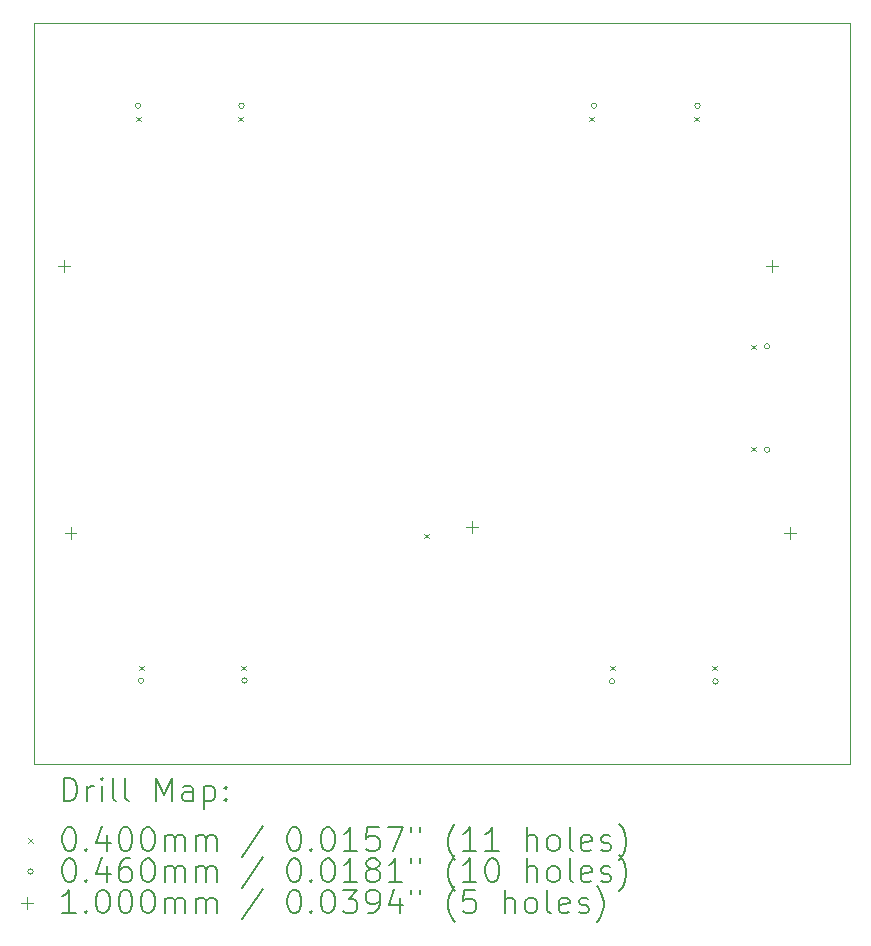
<source format=gbr>
%FSLAX45Y45*%
G04 Gerber Fmt 4.5, Leading zero omitted, Abs format (unit mm)*
G04 Created by KiCad (PCBNEW (5.99.0-13051-g9e760512ac)) date 2021-12-06 14:56:28*
%MOMM*%
%LPD*%
G01*
G04 APERTURE LIST*
%TA.AperFunction,Profile*%
%ADD10C,0.100000*%
%TD*%
%ADD11C,0.200000*%
%ADD12C,0.040000*%
%ADD13C,0.046000*%
%ADD14C,0.100000*%
G04 APERTURE END LIST*
D10*
X16891000Y-7797800D02*
X9982200Y-7797800D01*
X9982200Y-7797800D02*
X9982200Y-14071600D01*
X9982200Y-14071600D02*
X16891000Y-14071600D01*
X16891000Y-14071600D02*
X16891000Y-7797800D01*
D11*
D12*
X10851200Y-8590600D02*
X10891200Y-8630600D01*
X10891200Y-8590600D02*
X10851200Y-8630600D01*
X10876600Y-13238800D02*
X10916600Y-13278800D01*
X10916600Y-13238800D02*
X10876600Y-13278800D01*
X11714800Y-8590600D02*
X11754800Y-8630600D01*
X11754800Y-8590600D02*
X11714800Y-8630600D01*
X11740200Y-13238800D02*
X11780200Y-13278800D01*
X11780200Y-13238800D02*
X11740200Y-13278800D01*
X13289600Y-12121200D02*
X13329600Y-12161200D01*
X13329600Y-12121200D02*
X13289600Y-12161200D01*
X14686600Y-8590600D02*
X14726600Y-8630600D01*
X14726600Y-8590600D02*
X14686600Y-8630600D01*
X14864400Y-13238800D02*
X14904400Y-13278800D01*
X14904400Y-13238800D02*
X14864400Y-13278800D01*
X15575600Y-8590600D02*
X15615600Y-8630600D01*
X15615600Y-8590600D02*
X15575600Y-8630600D01*
X15728000Y-13238800D02*
X15768000Y-13278800D01*
X15768000Y-13238800D02*
X15728000Y-13278800D01*
X16058200Y-10521000D02*
X16098200Y-10561000D01*
X16098200Y-10521000D02*
X16058200Y-10561000D01*
X16058200Y-11384600D02*
X16098200Y-11424600D01*
X16098200Y-11384600D02*
X16058200Y-11424600D01*
D13*
X10888000Y-8498000D02*
G75*
G03*
X10888000Y-8498000I-23000J0D01*
G01*
X10913400Y-13364800D02*
G75*
G03*
X10913400Y-13364800I-23000J0D01*
G01*
X11764000Y-8498000D02*
G75*
G03*
X11764000Y-8498000I-23000J0D01*
G01*
X11789400Y-13364800D02*
G75*
G03*
X11789400Y-13364800I-23000J0D01*
G01*
X14748800Y-8498000D02*
G75*
G03*
X14748800Y-8498000I-23000J0D01*
G01*
X14901200Y-13371400D02*
G75*
G03*
X14901200Y-13371400I-23000J0D01*
G01*
X15624800Y-8498000D02*
G75*
G03*
X15624800Y-8498000I-23000J0D01*
G01*
X15777200Y-13371400D02*
G75*
G03*
X15777200Y-13371400I-23000J0D01*
G01*
X16213800Y-10534800D02*
G75*
G03*
X16213800Y-10534800I-23000J0D01*
G01*
X16213800Y-11410800D02*
G75*
G03*
X16213800Y-11410800I-23000J0D01*
G01*
D14*
X10236200Y-9805200D02*
X10236200Y-9905200D01*
X10186200Y-9855200D02*
X10286200Y-9855200D01*
X10293600Y-12065800D02*
X10293600Y-12165800D01*
X10243600Y-12115800D02*
X10343600Y-12115800D01*
X13690600Y-12015000D02*
X13690600Y-12115000D01*
X13640600Y-12065000D02*
X13740600Y-12065000D01*
X16230600Y-9805200D02*
X16230600Y-9905200D01*
X16180600Y-9855200D02*
X16280600Y-9855200D01*
X16383000Y-12065800D02*
X16383000Y-12165800D01*
X16333000Y-12115800D02*
X16433000Y-12115800D01*
D11*
X10234819Y-14387076D02*
X10234819Y-14187076D01*
X10282438Y-14187076D01*
X10311010Y-14196600D01*
X10330057Y-14215648D01*
X10339581Y-14234695D01*
X10349105Y-14272790D01*
X10349105Y-14301362D01*
X10339581Y-14339457D01*
X10330057Y-14358505D01*
X10311010Y-14377552D01*
X10282438Y-14387076D01*
X10234819Y-14387076D01*
X10434819Y-14387076D02*
X10434819Y-14253743D01*
X10434819Y-14291838D02*
X10444343Y-14272790D01*
X10453867Y-14263267D01*
X10472914Y-14253743D01*
X10491962Y-14253743D01*
X10558629Y-14387076D02*
X10558629Y-14253743D01*
X10558629Y-14187076D02*
X10549105Y-14196600D01*
X10558629Y-14206124D01*
X10568152Y-14196600D01*
X10558629Y-14187076D01*
X10558629Y-14206124D01*
X10682438Y-14387076D02*
X10663390Y-14377552D01*
X10653867Y-14358505D01*
X10653867Y-14187076D01*
X10787200Y-14387076D02*
X10768152Y-14377552D01*
X10758629Y-14358505D01*
X10758629Y-14187076D01*
X11015771Y-14387076D02*
X11015771Y-14187076D01*
X11082438Y-14329933D01*
X11149105Y-14187076D01*
X11149105Y-14387076D01*
X11330057Y-14387076D02*
X11330057Y-14282314D01*
X11320533Y-14263267D01*
X11301486Y-14253743D01*
X11263390Y-14253743D01*
X11244343Y-14263267D01*
X11330057Y-14377552D02*
X11311009Y-14387076D01*
X11263390Y-14387076D01*
X11244343Y-14377552D01*
X11234819Y-14358505D01*
X11234819Y-14339457D01*
X11244343Y-14320409D01*
X11263390Y-14310886D01*
X11311009Y-14310886D01*
X11330057Y-14301362D01*
X11425295Y-14253743D02*
X11425295Y-14453743D01*
X11425295Y-14263267D02*
X11444343Y-14253743D01*
X11482438Y-14253743D01*
X11501486Y-14263267D01*
X11511009Y-14272790D01*
X11520533Y-14291838D01*
X11520533Y-14348981D01*
X11511009Y-14368028D01*
X11501486Y-14377552D01*
X11482438Y-14387076D01*
X11444343Y-14387076D01*
X11425295Y-14377552D01*
X11606248Y-14368028D02*
X11615771Y-14377552D01*
X11606248Y-14387076D01*
X11596724Y-14377552D01*
X11606248Y-14368028D01*
X11606248Y-14387076D01*
X11606248Y-14263267D02*
X11615771Y-14272790D01*
X11606248Y-14282314D01*
X11596724Y-14272790D01*
X11606248Y-14263267D01*
X11606248Y-14282314D01*
D12*
X9937200Y-14696600D02*
X9977200Y-14736600D01*
X9977200Y-14696600D02*
X9937200Y-14736600D01*
D11*
X10272914Y-14607076D02*
X10291962Y-14607076D01*
X10311010Y-14616600D01*
X10320533Y-14626124D01*
X10330057Y-14645171D01*
X10339581Y-14683267D01*
X10339581Y-14730886D01*
X10330057Y-14768981D01*
X10320533Y-14788028D01*
X10311010Y-14797552D01*
X10291962Y-14807076D01*
X10272914Y-14807076D01*
X10253867Y-14797552D01*
X10244343Y-14788028D01*
X10234819Y-14768981D01*
X10225295Y-14730886D01*
X10225295Y-14683267D01*
X10234819Y-14645171D01*
X10244343Y-14626124D01*
X10253867Y-14616600D01*
X10272914Y-14607076D01*
X10425295Y-14788028D02*
X10434819Y-14797552D01*
X10425295Y-14807076D01*
X10415771Y-14797552D01*
X10425295Y-14788028D01*
X10425295Y-14807076D01*
X10606248Y-14673743D02*
X10606248Y-14807076D01*
X10558629Y-14597552D02*
X10511010Y-14740409D01*
X10634819Y-14740409D01*
X10749105Y-14607076D02*
X10768152Y-14607076D01*
X10787200Y-14616600D01*
X10796724Y-14626124D01*
X10806248Y-14645171D01*
X10815771Y-14683267D01*
X10815771Y-14730886D01*
X10806248Y-14768981D01*
X10796724Y-14788028D01*
X10787200Y-14797552D01*
X10768152Y-14807076D01*
X10749105Y-14807076D01*
X10730057Y-14797552D01*
X10720533Y-14788028D01*
X10711010Y-14768981D01*
X10701486Y-14730886D01*
X10701486Y-14683267D01*
X10711010Y-14645171D01*
X10720533Y-14626124D01*
X10730057Y-14616600D01*
X10749105Y-14607076D01*
X10939581Y-14607076D02*
X10958629Y-14607076D01*
X10977676Y-14616600D01*
X10987200Y-14626124D01*
X10996724Y-14645171D01*
X11006248Y-14683267D01*
X11006248Y-14730886D01*
X10996724Y-14768981D01*
X10987200Y-14788028D01*
X10977676Y-14797552D01*
X10958629Y-14807076D01*
X10939581Y-14807076D01*
X10920533Y-14797552D01*
X10911010Y-14788028D01*
X10901486Y-14768981D01*
X10891962Y-14730886D01*
X10891962Y-14683267D01*
X10901486Y-14645171D01*
X10911010Y-14626124D01*
X10920533Y-14616600D01*
X10939581Y-14607076D01*
X11091962Y-14807076D02*
X11091962Y-14673743D01*
X11091962Y-14692790D02*
X11101486Y-14683267D01*
X11120533Y-14673743D01*
X11149105Y-14673743D01*
X11168152Y-14683267D01*
X11177676Y-14702314D01*
X11177676Y-14807076D01*
X11177676Y-14702314D02*
X11187200Y-14683267D01*
X11206248Y-14673743D01*
X11234819Y-14673743D01*
X11253867Y-14683267D01*
X11263390Y-14702314D01*
X11263390Y-14807076D01*
X11358628Y-14807076D02*
X11358628Y-14673743D01*
X11358628Y-14692790D02*
X11368152Y-14683267D01*
X11387200Y-14673743D01*
X11415771Y-14673743D01*
X11434819Y-14683267D01*
X11444343Y-14702314D01*
X11444343Y-14807076D01*
X11444343Y-14702314D02*
X11453867Y-14683267D01*
X11472914Y-14673743D01*
X11501486Y-14673743D01*
X11520533Y-14683267D01*
X11530057Y-14702314D01*
X11530057Y-14807076D01*
X11920533Y-14597552D02*
X11749105Y-14854695D01*
X12177676Y-14607076D02*
X12196724Y-14607076D01*
X12215771Y-14616600D01*
X12225295Y-14626124D01*
X12234819Y-14645171D01*
X12244343Y-14683267D01*
X12244343Y-14730886D01*
X12234819Y-14768981D01*
X12225295Y-14788028D01*
X12215771Y-14797552D01*
X12196724Y-14807076D01*
X12177676Y-14807076D01*
X12158628Y-14797552D01*
X12149105Y-14788028D01*
X12139581Y-14768981D01*
X12130057Y-14730886D01*
X12130057Y-14683267D01*
X12139581Y-14645171D01*
X12149105Y-14626124D01*
X12158628Y-14616600D01*
X12177676Y-14607076D01*
X12330057Y-14788028D02*
X12339581Y-14797552D01*
X12330057Y-14807076D01*
X12320533Y-14797552D01*
X12330057Y-14788028D01*
X12330057Y-14807076D01*
X12463390Y-14607076D02*
X12482438Y-14607076D01*
X12501486Y-14616600D01*
X12511009Y-14626124D01*
X12520533Y-14645171D01*
X12530057Y-14683267D01*
X12530057Y-14730886D01*
X12520533Y-14768981D01*
X12511009Y-14788028D01*
X12501486Y-14797552D01*
X12482438Y-14807076D01*
X12463390Y-14807076D01*
X12444343Y-14797552D01*
X12434819Y-14788028D01*
X12425295Y-14768981D01*
X12415771Y-14730886D01*
X12415771Y-14683267D01*
X12425295Y-14645171D01*
X12434819Y-14626124D01*
X12444343Y-14616600D01*
X12463390Y-14607076D01*
X12720533Y-14807076D02*
X12606248Y-14807076D01*
X12663390Y-14807076D02*
X12663390Y-14607076D01*
X12644343Y-14635648D01*
X12625295Y-14654695D01*
X12606248Y-14664219D01*
X12901486Y-14607076D02*
X12806248Y-14607076D01*
X12796724Y-14702314D01*
X12806248Y-14692790D01*
X12825295Y-14683267D01*
X12872914Y-14683267D01*
X12891962Y-14692790D01*
X12901486Y-14702314D01*
X12911009Y-14721362D01*
X12911009Y-14768981D01*
X12901486Y-14788028D01*
X12891962Y-14797552D01*
X12872914Y-14807076D01*
X12825295Y-14807076D01*
X12806248Y-14797552D01*
X12796724Y-14788028D01*
X12977676Y-14607076D02*
X13111009Y-14607076D01*
X13025295Y-14807076D01*
X13177676Y-14607076D02*
X13177676Y-14645171D01*
X13253867Y-14607076D02*
X13253867Y-14645171D01*
X13549105Y-14883267D02*
X13539581Y-14873743D01*
X13520533Y-14845171D01*
X13511009Y-14826124D01*
X13501486Y-14797552D01*
X13491962Y-14749933D01*
X13491962Y-14711838D01*
X13501486Y-14664219D01*
X13511009Y-14635648D01*
X13520533Y-14616600D01*
X13539581Y-14588028D01*
X13549105Y-14578505D01*
X13730057Y-14807076D02*
X13615771Y-14807076D01*
X13672914Y-14807076D02*
X13672914Y-14607076D01*
X13653867Y-14635648D01*
X13634819Y-14654695D01*
X13615771Y-14664219D01*
X13920533Y-14807076D02*
X13806248Y-14807076D01*
X13863390Y-14807076D02*
X13863390Y-14607076D01*
X13844343Y-14635648D01*
X13825295Y-14654695D01*
X13806248Y-14664219D01*
X14158628Y-14807076D02*
X14158628Y-14607076D01*
X14244343Y-14807076D02*
X14244343Y-14702314D01*
X14234819Y-14683267D01*
X14215771Y-14673743D01*
X14187200Y-14673743D01*
X14168152Y-14683267D01*
X14158628Y-14692790D01*
X14368152Y-14807076D02*
X14349105Y-14797552D01*
X14339581Y-14788028D01*
X14330057Y-14768981D01*
X14330057Y-14711838D01*
X14339581Y-14692790D01*
X14349105Y-14683267D01*
X14368152Y-14673743D01*
X14396724Y-14673743D01*
X14415771Y-14683267D01*
X14425295Y-14692790D01*
X14434819Y-14711838D01*
X14434819Y-14768981D01*
X14425295Y-14788028D01*
X14415771Y-14797552D01*
X14396724Y-14807076D01*
X14368152Y-14807076D01*
X14549105Y-14807076D02*
X14530057Y-14797552D01*
X14520533Y-14778505D01*
X14520533Y-14607076D01*
X14701486Y-14797552D02*
X14682438Y-14807076D01*
X14644343Y-14807076D01*
X14625295Y-14797552D01*
X14615771Y-14778505D01*
X14615771Y-14702314D01*
X14625295Y-14683267D01*
X14644343Y-14673743D01*
X14682438Y-14673743D01*
X14701486Y-14683267D01*
X14711009Y-14702314D01*
X14711009Y-14721362D01*
X14615771Y-14740409D01*
X14787200Y-14797552D02*
X14806248Y-14807076D01*
X14844343Y-14807076D01*
X14863390Y-14797552D01*
X14872914Y-14778505D01*
X14872914Y-14768981D01*
X14863390Y-14749933D01*
X14844343Y-14740409D01*
X14815771Y-14740409D01*
X14796724Y-14730886D01*
X14787200Y-14711838D01*
X14787200Y-14702314D01*
X14796724Y-14683267D01*
X14815771Y-14673743D01*
X14844343Y-14673743D01*
X14863390Y-14683267D01*
X14939581Y-14883267D02*
X14949105Y-14873743D01*
X14968152Y-14845171D01*
X14977676Y-14826124D01*
X14987200Y-14797552D01*
X14996724Y-14749933D01*
X14996724Y-14711838D01*
X14987200Y-14664219D01*
X14977676Y-14635648D01*
X14968152Y-14616600D01*
X14949105Y-14588028D01*
X14939581Y-14578505D01*
D13*
X9977200Y-14980600D02*
G75*
G03*
X9977200Y-14980600I-23000J0D01*
G01*
D11*
X10272914Y-14871076D02*
X10291962Y-14871076D01*
X10311010Y-14880600D01*
X10320533Y-14890124D01*
X10330057Y-14909171D01*
X10339581Y-14947267D01*
X10339581Y-14994886D01*
X10330057Y-15032981D01*
X10320533Y-15052028D01*
X10311010Y-15061552D01*
X10291962Y-15071076D01*
X10272914Y-15071076D01*
X10253867Y-15061552D01*
X10244343Y-15052028D01*
X10234819Y-15032981D01*
X10225295Y-14994886D01*
X10225295Y-14947267D01*
X10234819Y-14909171D01*
X10244343Y-14890124D01*
X10253867Y-14880600D01*
X10272914Y-14871076D01*
X10425295Y-15052028D02*
X10434819Y-15061552D01*
X10425295Y-15071076D01*
X10415771Y-15061552D01*
X10425295Y-15052028D01*
X10425295Y-15071076D01*
X10606248Y-14937743D02*
X10606248Y-15071076D01*
X10558629Y-14861552D02*
X10511010Y-15004409D01*
X10634819Y-15004409D01*
X10796724Y-14871076D02*
X10758629Y-14871076D01*
X10739581Y-14880600D01*
X10730057Y-14890124D01*
X10711010Y-14918695D01*
X10701486Y-14956790D01*
X10701486Y-15032981D01*
X10711010Y-15052028D01*
X10720533Y-15061552D01*
X10739581Y-15071076D01*
X10777676Y-15071076D01*
X10796724Y-15061552D01*
X10806248Y-15052028D01*
X10815771Y-15032981D01*
X10815771Y-14985362D01*
X10806248Y-14966314D01*
X10796724Y-14956790D01*
X10777676Y-14947267D01*
X10739581Y-14947267D01*
X10720533Y-14956790D01*
X10711010Y-14966314D01*
X10701486Y-14985362D01*
X10939581Y-14871076D02*
X10958629Y-14871076D01*
X10977676Y-14880600D01*
X10987200Y-14890124D01*
X10996724Y-14909171D01*
X11006248Y-14947267D01*
X11006248Y-14994886D01*
X10996724Y-15032981D01*
X10987200Y-15052028D01*
X10977676Y-15061552D01*
X10958629Y-15071076D01*
X10939581Y-15071076D01*
X10920533Y-15061552D01*
X10911010Y-15052028D01*
X10901486Y-15032981D01*
X10891962Y-14994886D01*
X10891962Y-14947267D01*
X10901486Y-14909171D01*
X10911010Y-14890124D01*
X10920533Y-14880600D01*
X10939581Y-14871076D01*
X11091962Y-15071076D02*
X11091962Y-14937743D01*
X11091962Y-14956790D02*
X11101486Y-14947267D01*
X11120533Y-14937743D01*
X11149105Y-14937743D01*
X11168152Y-14947267D01*
X11177676Y-14966314D01*
X11177676Y-15071076D01*
X11177676Y-14966314D02*
X11187200Y-14947267D01*
X11206248Y-14937743D01*
X11234819Y-14937743D01*
X11253867Y-14947267D01*
X11263390Y-14966314D01*
X11263390Y-15071076D01*
X11358628Y-15071076D02*
X11358628Y-14937743D01*
X11358628Y-14956790D02*
X11368152Y-14947267D01*
X11387200Y-14937743D01*
X11415771Y-14937743D01*
X11434819Y-14947267D01*
X11444343Y-14966314D01*
X11444343Y-15071076D01*
X11444343Y-14966314D02*
X11453867Y-14947267D01*
X11472914Y-14937743D01*
X11501486Y-14937743D01*
X11520533Y-14947267D01*
X11530057Y-14966314D01*
X11530057Y-15071076D01*
X11920533Y-14861552D02*
X11749105Y-15118695D01*
X12177676Y-14871076D02*
X12196724Y-14871076D01*
X12215771Y-14880600D01*
X12225295Y-14890124D01*
X12234819Y-14909171D01*
X12244343Y-14947267D01*
X12244343Y-14994886D01*
X12234819Y-15032981D01*
X12225295Y-15052028D01*
X12215771Y-15061552D01*
X12196724Y-15071076D01*
X12177676Y-15071076D01*
X12158628Y-15061552D01*
X12149105Y-15052028D01*
X12139581Y-15032981D01*
X12130057Y-14994886D01*
X12130057Y-14947267D01*
X12139581Y-14909171D01*
X12149105Y-14890124D01*
X12158628Y-14880600D01*
X12177676Y-14871076D01*
X12330057Y-15052028D02*
X12339581Y-15061552D01*
X12330057Y-15071076D01*
X12320533Y-15061552D01*
X12330057Y-15052028D01*
X12330057Y-15071076D01*
X12463390Y-14871076D02*
X12482438Y-14871076D01*
X12501486Y-14880600D01*
X12511009Y-14890124D01*
X12520533Y-14909171D01*
X12530057Y-14947267D01*
X12530057Y-14994886D01*
X12520533Y-15032981D01*
X12511009Y-15052028D01*
X12501486Y-15061552D01*
X12482438Y-15071076D01*
X12463390Y-15071076D01*
X12444343Y-15061552D01*
X12434819Y-15052028D01*
X12425295Y-15032981D01*
X12415771Y-14994886D01*
X12415771Y-14947267D01*
X12425295Y-14909171D01*
X12434819Y-14890124D01*
X12444343Y-14880600D01*
X12463390Y-14871076D01*
X12720533Y-15071076D02*
X12606248Y-15071076D01*
X12663390Y-15071076D02*
X12663390Y-14871076D01*
X12644343Y-14899648D01*
X12625295Y-14918695D01*
X12606248Y-14928219D01*
X12834819Y-14956790D02*
X12815771Y-14947267D01*
X12806248Y-14937743D01*
X12796724Y-14918695D01*
X12796724Y-14909171D01*
X12806248Y-14890124D01*
X12815771Y-14880600D01*
X12834819Y-14871076D01*
X12872914Y-14871076D01*
X12891962Y-14880600D01*
X12901486Y-14890124D01*
X12911009Y-14909171D01*
X12911009Y-14918695D01*
X12901486Y-14937743D01*
X12891962Y-14947267D01*
X12872914Y-14956790D01*
X12834819Y-14956790D01*
X12815771Y-14966314D01*
X12806248Y-14975838D01*
X12796724Y-14994886D01*
X12796724Y-15032981D01*
X12806248Y-15052028D01*
X12815771Y-15061552D01*
X12834819Y-15071076D01*
X12872914Y-15071076D01*
X12891962Y-15061552D01*
X12901486Y-15052028D01*
X12911009Y-15032981D01*
X12911009Y-14994886D01*
X12901486Y-14975838D01*
X12891962Y-14966314D01*
X12872914Y-14956790D01*
X13101486Y-15071076D02*
X12987200Y-15071076D01*
X13044343Y-15071076D02*
X13044343Y-14871076D01*
X13025295Y-14899648D01*
X13006248Y-14918695D01*
X12987200Y-14928219D01*
X13177676Y-14871076D02*
X13177676Y-14909171D01*
X13253867Y-14871076D02*
X13253867Y-14909171D01*
X13549105Y-15147267D02*
X13539581Y-15137743D01*
X13520533Y-15109171D01*
X13511009Y-15090124D01*
X13501486Y-15061552D01*
X13491962Y-15013933D01*
X13491962Y-14975838D01*
X13501486Y-14928219D01*
X13511009Y-14899648D01*
X13520533Y-14880600D01*
X13539581Y-14852028D01*
X13549105Y-14842505D01*
X13730057Y-15071076D02*
X13615771Y-15071076D01*
X13672914Y-15071076D02*
X13672914Y-14871076D01*
X13653867Y-14899648D01*
X13634819Y-14918695D01*
X13615771Y-14928219D01*
X13853867Y-14871076D02*
X13872914Y-14871076D01*
X13891962Y-14880600D01*
X13901486Y-14890124D01*
X13911009Y-14909171D01*
X13920533Y-14947267D01*
X13920533Y-14994886D01*
X13911009Y-15032981D01*
X13901486Y-15052028D01*
X13891962Y-15061552D01*
X13872914Y-15071076D01*
X13853867Y-15071076D01*
X13834819Y-15061552D01*
X13825295Y-15052028D01*
X13815771Y-15032981D01*
X13806248Y-14994886D01*
X13806248Y-14947267D01*
X13815771Y-14909171D01*
X13825295Y-14890124D01*
X13834819Y-14880600D01*
X13853867Y-14871076D01*
X14158628Y-15071076D02*
X14158628Y-14871076D01*
X14244343Y-15071076D02*
X14244343Y-14966314D01*
X14234819Y-14947267D01*
X14215771Y-14937743D01*
X14187200Y-14937743D01*
X14168152Y-14947267D01*
X14158628Y-14956790D01*
X14368152Y-15071076D02*
X14349105Y-15061552D01*
X14339581Y-15052028D01*
X14330057Y-15032981D01*
X14330057Y-14975838D01*
X14339581Y-14956790D01*
X14349105Y-14947267D01*
X14368152Y-14937743D01*
X14396724Y-14937743D01*
X14415771Y-14947267D01*
X14425295Y-14956790D01*
X14434819Y-14975838D01*
X14434819Y-15032981D01*
X14425295Y-15052028D01*
X14415771Y-15061552D01*
X14396724Y-15071076D01*
X14368152Y-15071076D01*
X14549105Y-15071076D02*
X14530057Y-15061552D01*
X14520533Y-15042505D01*
X14520533Y-14871076D01*
X14701486Y-15061552D02*
X14682438Y-15071076D01*
X14644343Y-15071076D01*
X14625295Y-15061552D01*
X14615771Y-15042505D01*
X14615771Y-14966314D01*
X14625295Y-14947267D01*
X14644343Y-14937743D01*
X14682438Y-14937743D01*
X14701486Y-14947267D01*
X14711009Y-14966314D01*
X14711009Y-14985362D01*
X14615771Y-15004409D01*
X14787200Y-15061552D02*
X14806248Y-15071076D01*
X14844343Y-15071076D01*
X14863390Y-15061552D01*
X14872914Y-15042505D01*
X14872914Y-15032981D01*
X14863390Y-15013933D01*
X14844343Y-15004409D01*
X14815771Y-15004409D01*
X14796724Y-14994886D01*
X14787200Y-14975838D01*
X14787200Y-14966314D01*
X14796724Y-14947267D01*
X14815771Y-14937743D01*
X14844343Y-14937743D01*
X14863390Y-14947267D01*
X14939581Y-15147267D02*
X14949105Y-15137743D01*
X14968152Y-15109171D01*
X14977676Y-15090124D01*
X14987200Y-15061552D01*
X14996724Y-15013933D01*
X14996724Y-14975838D01*
X14987200Y-14928219D01*
X14977676Y-14899648D01*
X14968152Y-14880600D01*
X14949105Y-14852028D01*
X14939581Y-14842505D01*
D14*
X9927200Y-15194600D02*
X9927200Y-15294600D01*
X9877200Y-15244600D02*
X9977200Y-15244600D01*
D11*
X10339581Y-15335076D02*
X10225295Y-15335076D01*
X10282438Y-15335076D02*
X10282438Y-15135076D01*
X10263390Y-15163648D01*
X10244343Y-15182695D01*
X10225295Y-15192219D01*
X10425295Y-15316028D02*
X10434819Y-15325552D01*
X10425295Y-15335076D01*
X10415771Y-15325552D01*
X10425295Y-15316028D01*
X10425295Y-15335076D01*
X10558629Y-15135076D02*
X10577676Y-15135076D01*
X10596724Y-15144600D01*
X10606248Y-15154124D01*
X10615771Y-15173171D01*
X10625295Y-15211267D01*
X10625295Y-15258886D01*
X10615771Y-15296981D01*
X10606248Y-15316028D01*
X10596724Y-15325552D01*
X10577676Y-15335076D01*
X10558629Y-15335076D01*
X10539581Y-15325552D01*
X10530057Y-15316028D01*
X10520533Y-15296981D01*
X10511010Y-15258886D01*
X10511010Y-15211267D01*
X10520533Y-15173171D01*
X10530057Y-15154124D01*
X10539581Y-15144600D01*
X10558629Y-15135076D01*
X10749105Y-15135076D02*
X10768152Y-15135076D01*
X10787200Y-15144600D01*
X10796724Y-15154124D01*
X10806248Y-15173171D01*
X10815771Y-15211267D01*
X10815771Y-15258886D01*
X10806248Y-15296981D01*
X10796724Y-15316028D01*
X10787200Y-15325552D01*
X10768152Y-15335076D01*
X10749105Y-15335076D01*
X10730057Y-15325552D01*
X10720533Y-15316028D01*
X10711010Y-15296981D01*
X10701486Y-15258886D01*
X10701486Y-15211267D01*
X10711010Y-15173171D01*
X10720533Y-15154124D01*
X10730057Y-15144600D01*
X10749105Y-15135076D01*
X10939581Y-15135076D02*
X10958629Y-15135076D01*
X10977676Y-15144600D01*
X10987200Y-15154124D01*
X10996724Y-15173171D01*
X11006248Y-15211267D01*
X11006248Y-15258886D01*
X10996724Y-15296981D01*
X10987200Y-15316028D01*
X10977676Y-15325552D01*
X10958629Y-15335076D01*
X10939581Y-15335076D01*
X10920533Y-15325552D01*
X10911010Y-15316028D01*
X10901486Y-15296981D01*
X10891962Y-15258886D01*
X10891962Y-15211267D01*
X10901486Y-15173171D01*
X10911010Y-15154124D01*
X10920533Y-15144600D01*
X10939581Y-15135076D01*
X11091962Y-15335076D02*
X11091962Y-15201743D01*
X11091962Y-15220790D02*
X11101486Y-15211267D01*
X11120533Y-15201743D01*
X11149105Y-15201743D01*
X11168152Y-15211267D01*
X11177676Y-15230314D01*
X11177676Y-15335076D01*
X11177676Y-15230314D02*
X11187200Y-15211267D01*
X11206248Y-15201743D01*
X11234819Y-15201743D01*
X11253867Y-15211267D01*
X11263390Y-15230314D01*
X11263390Y-15335076D01*
X11358628Y-15335076D02*
X11358628Y-15201743D01*
X11358628Y-15220790D02*
X11368152Y-15211267D01*
X11387200Y-15201743D01*
X11415771Y-15201743D01*
X11434819Y-15211267D01*
X11444343Y-15230314D01*
X11444343Y-15335076D01*
X11444343Y-15230314D02*
X11453867Y-15211267D01*
X11472914Y-15201743D01*
X11501486Y-15201743D01*
X11520533Y-15211267D01*
X11530057Y-15230314D01*
X11530057Y-15335076D01*
X11920533Y-15125552D02*
X11749105Y-15382695D01*
X12177676Y-15135076D02*
X12196724Y-15135076D01*
X12215771Y-15144600D01*
X12225295Y-15154124D01*
X12234819Y-15173171D01*
X12244343Y-15211267D01*
X12244343Y-15258886D01*
X12234819Y-15296981D01*
X12225295Y-15316028D01*
X12215771Y-15325552D01*
X12196724Y-15335076D01*
X12177676Y-15335076D01*
X12158628Y-15325552D01*
X12149105Y-15316028D01*
X12139581Y-15296981D01*
X12130057Y-15258886D01*
X12130057Y-15211267D01*
X12139581Y-15173171D01*
X12149105Y-15154124D01*
X12158628Y-15144600D01*
X12177676Y-15135076D01*
X12330057Y-15316028D02*
X12339581Y-15325552D01*
X12330057Y-15335076D01*
X12320533Y-15325552D01*
X12330057Y-15316028D01*
X12330057Y-15335076D01*
X12463390Y-15135076D02*
X12482438Y-15135076D01*
X12501486Y-15144600D01*
X12511009Y-15154124D01*
X12520533Y-15173171D01*
X12530057Y-15211267D01*
X12530057Y-15258886D01*
X12520533Y-15296981D01*
X12511009Y-15316028D01*
X12501486Y-15325552D01*
X12482438Y-15335076D01*
X12463390Y-15335076D01*
X12444343Y-15325552D01*
X12434819Y-15316028D01*
X12425295Y-15296981D01*
X12415771Y-15258886D01*
X12415771Y-15211267D01*
X12425295Y-15173171D01*
X12434819Y-15154124D01*
X12444343Y-15144600D01*
X12463390Y-15135076D01*
X12596724Y-15135076D02*
X12720533Y-15135076D01*
X12653867Y-15211267D01*
X12682438Y-15211267D01*
X12701486Y-15220790D01*
X12711009Y-15230314D01*
X12720533Y-15249362D01*
X12720533Y-15296981D01*
X12711009Y-15316028D01*
X12701486Y-15325552D01*
X12682438Y-15335076D01*
X12625295Y-15335076D01*
X12606248Y-15325552D01*
X12596724Y-15316028D01*
X12815771Y-15335076D02*
X12853867Y-15335076D01*
X12872914Y-15325552D01*
X12882438Y-15316028D01*
X12901486Y-15287457D01*
X12911009Y-15249362D01*
X12911009Y-15173171D01*
X12901486Y-15154124D01*
X12891962Y-15144600D01*
X12872914Y-15135076D01*
X12834819Y-15135076D01*
X12815771Y-15144600D01*
X12806248Y-15154124D01*
X12796724Y-15173171D01*
X12796724Y-15220790D01*
X12806248Y-15239838D01*
X12815771Y-15249362D01*
X12834819Y-15258886D01*
X12872914Y-15258886D01*
X12891962Y-15249362D01*
X12901486Y-15239838D01*
X12911009Y-15220790D01*
X13082438Y-15201743D02*
X13082438Y-15335076D01*
X13034819Y-15125552D02*
X12987200Y-15268409D01*
X13111009Y-15268409D01*
X13177676Y-15135076D02*
X13177676Y-15173171D01*
X13253867Y-15135076D02*
X13253867Y-15173171D01*
X13549105Y-15411267D02*
X13539581Y-15401743D01*
X13520533Y-15373171D01*
X13511009Y-15354124D01*
X13501486Y-15325552D01*
X13491962Y-15277933D01*
X13491962Y-15239838D01*
X13501486Y-15192219D01*
X13511009Y-15163648D01*
X13520533Y-15144600D01*
X13539581Y-15116028D01*
X13549105Y-15106505D01*
X13720533Y-15135076D02*
X13625295Y-15135076D01*
X13615771Y-15230314D01*
X13625295Y-15220790D01*
X13644343Y-15211267D01*
X13691962Y-15211267D01*
X13711009Y-15220790D01*
X13720533Y-15230314D01*
X13730057Y-15249362D01*
X13730057Y-15296981D01*
X13720533Y-15316028D01*
X13711009Y-15325552D01*
X13691962Y-15335076D01*
X13644343Y-15335076D01*
X13625295Y-15325552D01*
X13615771Y-15316028D01*
X13968152Y-15335076D02*
X13968152Y-15135076D01*
X14053867Y-15335076D02*
X14053867Y-15230314D01*
X14044343Y-15211267D01*
X14025295Y-15201743D01*
X13996724Y-15201743D01*
X13977676Y-15211267D01*
X13968152Y-15220790D01*
X14177676Y-15335076D02*
X14158628Y-15325552D01*
X14149105Y-15316028D01*
X14139581Y-15296981D01*
X14139581Y-15239838D01*
X14149105Y-15220790D01*
X14158628Y-15211267D01*
X14177676Y-15201743D01*
X14206248Y-15201743D01*
X14225295Y-15211267D01*
X14234819Y-15220790D01*
X14244343Y-15239838D01*
X14244343Y-15296981D01*
X14234819Y-15316028D01*
X14225295Y-15325552D01*
X14206248Y-15335076D01*
X14177676Y-15335076D01*
X14358628Y-15335076D02*
X14339581Y-15325552D01*
X14330057Y-15306505D01*
X14330057Y-15135076D01*
X14511009Y-15325552D02*
X14491962Y-15335076D01*
X14453867Y-15335076D01*
X14434819Y-15325552D01*
X14425295Y-15306505D01*
X14425295Y-15230314D01*
X14434819Y-15211267D01*
X14453867Y-15201743D01*
X14491962Y-15201743D01*
X14511009Y-15211267D01*
X14520533Y-15230314D01*
X14520533Y-15249362D01*
X14425295Y-15268409D01*
X14596724Y-15325552D02*
X14615771Y-15335076D01*
X14653867Y-15335076D01*
X14672914Y-15325552D01*
X14682438Y-15306505D01*
X14682438Y-15296981D01*
X14672914Y-15277933D01*
X14653867Y-15268409D01*
X14625295Y-15268409D01*
X14606248Y-15258886D01*
X14596724Y-15239838D01*
X14596724Y-15230314D01*
X14606248Y-15211267D01*
X14625295Y-15201743D01*
X14653867Y-15201743D01*
X14672914Y-15211267D01*
X14749105Y-15411267D02*
X14758628Y-15401743D01*
X14777676Y-15373171D01*
X14787200Y-15354124D01*
X14796724Y-15325552D01*
X14806248Y-15277933D01*
X14806248Y-15239838D01*
X14796724Y-15192219D01*
X14787200Y-15163648D01*
X14777676Y-15144600D01*
X14758628Y-15116028D01*
X14749105Y-15106505D01*
M02*

</source>
